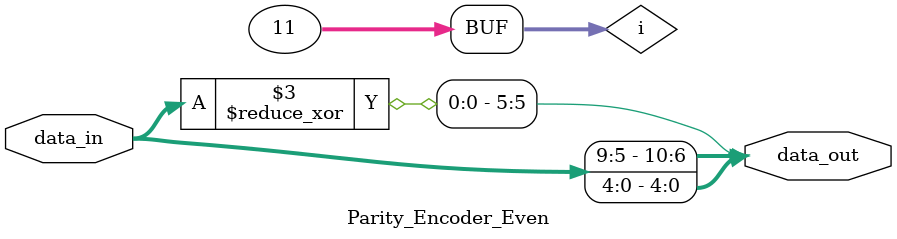
<source format=v>
module Parity_Encoder_Even #(parameter N=10, parity_index=5) (input [N-1:0]data_in , output reg [N:0] data_out);

integer i;

always@(*) begin

    for(i=0;i<=N;i=i+1) begin
    
        if(i==parity_index) begin
            data_out[i]=^data_in;
        end
        
        else if (i<parity_index) begin
            data_out[i]=data_in[i];
        end
        
        else if(i>parity_index) begin
            data_out[i]=data_in[i-1];
        end
        
    end

end

endmodule
</source>
